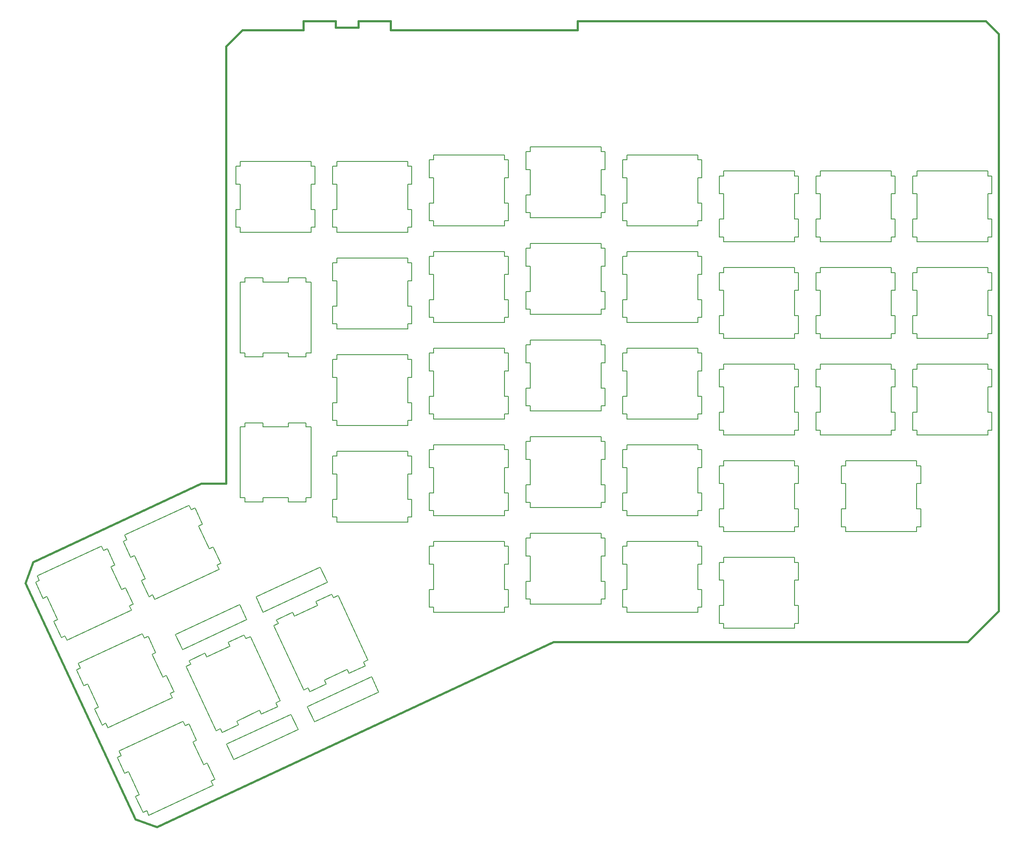
<source format=gbr>
G04 (created by PCBNEW (2013-07-07 BZR 4022)-stable) date 2016/07/10 20:03:31*
%MOIN*%
G04 Gerber Fmt 3.4, Leading zero omitted, Abs format*
%FSLAX34Y34*%
G01*
G70*
G90*
G04 APERTURE LIST*
%ADD10C,0.00590551*%
%ADD11C,0.015*%
%ADD12C,0.006*%
G04 APERTURE END LIST*
G54D10*
G54D11*
X82200Y-60200D02*
X77400Y-60200D01*
X84600Y-57800D02*
X82200Y-60200D01*
X84600Y-45600D02*
X84600Y-57800D01*
X84600Y-31000D02*
X84600Y-45600D01*
X84600Y-13000D02*
X84600Y-31000D01*
X83600Y-12000D02*
X84600Y-13000D01*
X56400Y-12000D02*
X83600Y-12000D01*
X50060Y-60200D02*
X77320Y-60200D01*
X56460Y-12000D02*
X51930Y-12000D01*
X51930Y-12000D02*
X51930Y-12700D01*
X51930Y-12700D02*
X37420Y-12700D01*
X37420Y-12700D02*
X37420Y-12000D01*
X37420Y-12000D02*
X34925Y-12000D01*
X34925Y-12000D02*
X34925Y-12500D01*
X34925Y-12500D02*
X33155Y-12500D01*
X33155Y-12500D02*
X33155Y-12000D01*
X33155Y-12000D02*
X30660Y-12000D01*
X30660Y-12000D02*
X30660Y-12700D01*
X30660Y-12700D02*
X25910Y-12700D01*
X25910Y-12700D02*
X24650Y-13950D01*
X24650Y-13950D02*
X24650Y-47900D01*
X24650Y-47900D02*
X22720Y-47900D01*
X22720Y-47900D02*
X9692Y-53975D01*
X9692Y-53975D02*
X9087Y-55636D01*
X9087Y-55636D02*
X17624Y-73944D01*
X17624Y-73944D02*
X19285Y-74548D01*
X19285Y-74548D02*
X50060Y-60200D01*
G54D12*
X25750Y-22880D02*
X31250Y-22880D01*
X31250Y-22880D02*
X31250Y-23266D01*
X31250Y-23266D02*
X31570Y-23266D01*
X31570Y-23266D02*
X31570Y-24644D01*
X31570Y-24644D02*
X31250Y-24644D01*
X31250Y-24644D02*
X31250Y-26616D01*
X31250Y-26616D02*
X31570Y-26616D01*
X31570Y-26616D02*
X31570Y-27994D01*
X31570Y-27994D02*
X31250Y-27994D01*
X31250Y-27994D02*
X31250Y-28380D01*
X31250Y-28380D02*
X25750Y-28380D01*
X25750Y-28380D02*
X25750Y-27994D01*
X25750Y-27994D02*
X25430Y-27994D01*
X25430Y-27994D02*
X25430Y-26616D01*
X25430Y-26616D02*
X25750Y-26616D01*
X25750Y-26616D02*
X25750Y-24644D01*
X25750Y-24644D02*
X25430Y-24644D01*
X25430Y-24644D02*
X25430Y-23266D01*
X25430Y-23266D02*
X25750Y-23266D01*
X25750Y-23266D02*
X25750Y-22880D01*
X25750Y-37754D02*
X25750Y-32254D01*
X25750Y-32254D02*
X26136Y-32254D01*
X26136Y-32254D02*
X26136Y-31934D01*
X26136Y-31934D02*
X27514Y-31934D01*
X27514Y-31934D02*
X27514Y-32254D01*
X27514Y-32254D02*
X29486Y-32254D01*
X29486Y-32254D02*
X29486Y-31934D01*
X29486Y-31934D02*
X30864Y-31934D01*
X30864Y-31934D02*
X30864Y-32254D01*
X30864Y-32254D02*
X31250Y-32254D01*
X31250Y-32254D02*
X31250Y-37754D01*
X31250Y-37754D02*
X30864Y-37754D01*
X30864Y-37754D02*
X30864Y-38074D01*
X30864Y-38074D02*
X29486Y-38074D01*
X29486Y-38074D02*
X29486Y-37754D01*
X29486Y-37754D02*
X27514Y-37754D01*
X27514Y-37754D02*
X27514Y-38074D01*
X27514Y-38074D02*
X26136Y-38074D01*
X26136Y-38074D02*
X26136Y-37754D01*
X26136Y-37754D02*
X25750Y-37754D01*
X25750Y-49004D02*
X25750Y-43504D01*
X25750Y-43504D02*
X26136Y-43504D01*
X26136Y-43504D02*
X26136Y-43184D01*
X26136Y-43184D02*
X27514Y-43184D01*
X27514Y-43184D02*
X27514Y-43504D01*
X27514Y-43504D02*
X29486Y-43504D01*
X29486Y-43504D02*
X29486Y-43184D01*
X29486Y-43184D02*
X30864Y-43184D01*
X30864Y-43184D02*
X30864Y-43504D01*
X30864Y-43504D02*
X31250Y-43504D01*
X31250Y-43504D02*
X31250Y-49004D01*
X31250Y-49004D02*
X30864Y-49004D01*
X30864Y-49004D02*
X30864Y-49324D01*
X30864Y-49324D02*
X29486Y-49324D01*
X29486Y-49324D02*
X29486Y-49004D01*
X29486Y-49004D02*
X27514Y-49004D01*
X27514Y-49004D02*
X27514Y-49324D01*
X27514Y-49324D02*
X26136Y-49324D01*
X26136Y-49324D02*
X26136Y-49004D01*
X26136Y-49004D02*
X25750Y-49004D01*
X33250Y-30379D02*
X38750Y-30379D01*
X38750Y-30379D02*
X38750Y-30765D01*
X38750Y-30765D02*
X39070Y-30765D01*
X39070Y-30765D02*
X39070Y-32143D01*
X39070Y-32143D02*
X38750Y-32143D01*
X38750Y-32143D02*
X38750Y-34115D01*
X38750Y-34115D02*
X39070Y-34115D01*
X39070Y-34115D02*
X39070Y-35493D01*
X39070Y-35493D02*
X38750Y-35493D01*
X38750Y-35493D02*
X38750Y-35879D01*
X38750Y-35879D02*
X33250Y-35879D01*
X33250Y-35879D02*
X33250Y-35493D01*
X33250Y-35493D02*
X32930Y-35493D01*
X32930Y-35493D02*
X32930Y-34115D01*
X32930Y-34115D02*
X33250Y-34115D01*
X33250Y-34115D02*
X33250Y-32143D01*
X33250Y-32143D02*
X32930Y-32143D01*
X32930Y-32143D02*
X32930Y-30765D01*
X32930Y-30765D02*
X33250Y-30765D01*
X33250Y-30765D02*
X33250Y-30379D01*
X13175Y-61871D02*
X18160Y-59547D01*
X18160Y-59547D02*
X18323Y-59897D01*
X18323Y-59897D02*
X18613Y-59762D01*
X18613Y-59762D02*
X19195Y-61010D01*
X19195Y-61010D02*
X18905Y-61146D01*
X18905Y-61146D02*
X19739Y-62933D01*
X19739Y-62933D02*
X20029Y-62798D01*
X20029Y-62798D02*
X20611Y-64047D01*
X20611Y-64047D02*
X20321Y-64182D01*
X20321Y-64182D02*
X20484Y-64532D01*
X20484Y-64532D02*
X15499Y-66856D01*
X15499Y-66856D02*
X15336Y-66506D01*
X15336Y-66506D02*
X15046Y-66641D01*
X15046Y-66641D02*
X14464Y-65393D01*
X14464Y-65393D02*
X14754Y-65257D01*
X14754Y-65257D02*
X13920Y-63470D01*
X13920Y-63470D02*
X13630Y-63605D01*
X13630Y-63605D02*
X13048Y-62356D01*
X13048Y-62356D02*
X13338Y-62221D01*
X13338Y-62221D02*
X13175Y-61871D01*
X16345Y-68669D02*
X21330Y-66345D01*
X21330Y-66345D02*
X21493Y-66695D01*
X21493Y-66695D02*
X21783Y-66560D01*
X21783Y-66560D02*
X22365Y-67808D01*
X22365Y-67808D02*
X22075Y-67944D01*
X22075Y-67944D02*
X22909Y-69731D01*
X22909Y-69731D02*
X23199Y-69596D01*
X23199Y-69596D02*
X23781Y-70845D01*
X23781Y-70845D02*
X23491Y-70980D01*
X23491Y-70980D02*
X23654Y-71330D01*
X23654Y-71330D02*
X18669Y-73654D01*
X18669Y-73654D02*
X18506Y-73304D01*
X18506Y-73304D02*
X18216Y-73439D01*
X18216Y-73439D02*
X17634Y-72191D01*
X17634Y-72191D02*
X17924Y-72055D01*
X17924Y-72055D02*
X17090Y-70268D01*
X17090Y-70268D02*
X16800Y-70403D01*
X16800Y-70403D02*
X16218Y-69154D01*
X16218Y-69154D02*
X16508Y-69019D01*
X16508Y-69019D02*
X16345Y-68669D01*
X10006Y-55074D02*
X14991Y-52750D01*
X14991Y-52750D02*
X15154Y-53100D01*
X15154Y-53100D02*
X15444Y-52965D01*
X15444Y-52965D02*
X16026Y-54213D01*
X16026Y-54213D02*
X15736Y-54349D01*
X15736Y-54349D02*
X16570Y-56136D01*
X16570Y-56136D02*
X16860Y-56001D01*
X16860Y-56001D02*
X17442Y-57250D01*
X17442Y-57250D02*
X17152Y-57385D01*
X17152Y-57385D02*
X17315Y-57735D01*
X17315Y-57735D02*
X12330Y-60059D01*
X12330Y-60059D02*
X12167Y-59709D01*
X12167Y-59709D02*
X11877Y-59844D01*
X11877Y-59844D02*
X11295Y-58596D01*
X11295Y-58596D02*
X11585Y-58460D01*
X11585Y-58460D02*
X10751Y-56673D01*
X10751Y-56673D02*
X10461Y-56808D01*
X10461Y-56808D02*
X9879Y-55559D01*
X9879Y-55559D02*
X10169Y-55424D01*
X10169Y-55424D02*
X10006Y-55074D01*
X16803Y-51905D02*
X21788Y-49581D01*
X21788Y-49581D02*
X21951Y-49931D01*
X21951Y-49931D02*
X22241Y-49796D01*
X22241Y-49796D02*
X22823Y-51044D01*
X22823Y-51044D02*
X22533Y-51180D01*
X22533Y-51180D02*
X23367Y-52967D01*
X23367Y-52967D02*
X23657Y-52832D01*
X23657Y-52832D02*
X24239Y-54081D01*
X24239Y-54081D02*
X23949Y-54216D01*
X23949Y-54216D02*
X24112Y-54566D01*
X24112Y-54566D02*
X19127Y-56890D01*
X19127Y-56890D02*
X18964Y-56540D01*
X18964Y-56540D02*
X18674Y-56675D01*
X18674Y-56675D02*
X18092Y-55427D01*
X18092Y-55427D02*
X18382Y-55291D01*
X18382Y-55291D02*
X17548Y-53504D01*
X17548Y-53504D02*
X17258Y-53639D01*
X17258Y-53639D02*
X16676Y-52390D01*
X16676Y-52390D02*
X16966Y-52255D01*
X16966Y-52255D02*
X16803Y-51905D01*
X63250Y-23630D02*
X68750Y-23630D01*
X68750Y-23630D02*
X68750Y-24016D01*
X68750Y-24016D02*
X69070Y-24016D01*
X69070Y-24016D02*
X69070Y-25394D01*
X69070Y-25394D02*
X68750Y-25394D01*
X68750Y-25394D02*
X68750Y-27366D01*
X68750Y-27366D02*
X69070Y-27366D01*
X69070Y-27366D02*
X69070Y-28744D01*
X69070Y-28744D02*
X68750Y-28744D01*
X68750Y-28744D02*
X68750Y-29130D01*
X68750Y-29130D02*
X63250Y-29130D01*
X63250Y-29130D02*
X63250Y-28744D01*
X63250Y-28744D02*
X62930Y-28744D01*
X62930Y-28744D02*
X62930Y-27366D01*
X62930Y-27366D02*
X63250Y-27366D01*
X63250Y-27366D02*
X63250Y-25394D01*
X63250Y-25394D02*
X62930Y-25394D01*
X62930Y-25394D02*
X62930Y-24016D01*
X62930Y-24016D02*
X63250Y-24016D01*
X63250Y-24016D02*
X63250Y-23630D01*
X55750Y-22379D02*
X61250Y-22379D01*
X61250Y-22379D02*
X61250Y-22765D01*
X61250Y-22765D02*
X61570Y-22765D01*
X61570Y-22765D02*
X61570Y-24143D01*
X61570Y-24143D02*
X61250Y-24143D01*
X61250Y-24143D02*
X61250Y-26115D01*
X61250Y-26115D02*
X61570Y-26115D01*
X61570Y-26115D02*
X61570Y-27493D01*
X61570Y-27493D02*
X61250Y-27493D01*
X61250Y-27493D02*
X61250Y-27879D01*
X61250Y-27879D02*
X55750Y-27879D01*
X55750Y-27879D02*
X55750Y-27493D01*
X55750Y-27493D02*
X55430Y-27493D01*
X55430Y-27493D02*
X55430Y-26115D01*
X55430Y-26115D02*
X55750Y-26115D01*
X55750Y-26115D02*
X55750Y-24143D01*
X55750Y-24143D02*
X55430Y-24143D01*
X55430Y-24143D02*
X55430Y-22765D01*
X55430Y-22765D02*
X55750Y-22765D01*
X55750Y-22765D02*
X55750Y-22379D01*
X48250Y-21750D02*
X53750Y-21750D01*
X53750Y-21750D02*
X53750Y-22136D01*
X53750Y-22136D02*
X54070Y-22136D01*
X54070Y-22136D02*
X54070Y-23514D01*
X54070Y-23514D02*
X53750Y-23514D01*
X53750Y-23514D02*
X53750Y-25486D01*
X53750Y-25486D02*
X54070Y-25486D01*
X54070Y-25486D02*
X54070Y-26864D01*
X54070Y-26864D02*
X53750Y-26864D01*
X53750Y-26864D02*
X53750Y-27250D01*
X53750Y-27250D02*
X48250Y-27250D01*
X48250Y-27250D02*
X48250Y-26864D01*
X48250Y-26864D02*
X47930Y-26864D01*
X47930Y-26864D02*
X47930Y-25486D01*
X47930Y-25486D02*
X48250Y-25486D01*
X48250Y-25486D02*
X48250Y-23514D01*
X48250Y-23514D02*
X47930Y-23514D01*
X47930Y-23514D02*
X47930Y-22136D01*
X47930Y-22136D02*
X48250Y-22136D01*
X48250Y-22136D02*
X48250Y-21750D01*
X40750Y-22379D02*
X46250Y-22379D01*
X46250Y-22379D02*
X46250Y-22765D01*
X46250Y-22765D02*
X46570Y-22765D01*
X46570Y-22765D02*
X46570Y-24143D01*
X46570Y-24143D02*
X46250Y-24143D01*
X46250Y-24143D02*
X46250Y-26115D01*
X46250Y-26115D02*
X46570Y-26115D01*
X46570Y-26115D02*
X46570Y-27493D01*
X46570Y-27493D02*
X46250Y-27493D01*
X46250Y-27493D02*
X46250Y-27879D01*
X46250Y-27879D02*
X40750Y-27879D01*
X40750Y-27879D02*
X40750Y-27493D01*
X40750Y-27493D02*
X40430Y-27493D01*
X40430Y-27493D02*
X40430Y-26115D01*
X40430Y-26115D02*
X40750Y-26115D01*
X40750Y-26115D02*
X40750Y-24143D01*
X40750Y-24143D02*
X40430Y-24143D01*
X40430Y-24143D02*
X40430Y-22765D01*
X40430Y-22765D02*
X40750Y-22765D01*
X40750Y-22765D02*
X40750Y-22379D01*
X55750Y-52379D02*
X61250Y-52379D01*
X61250Y-52379D02*
X61250Y-52765D01*
X61250Y-52765D02*
X61570Y-52765D01*
X61570Y-52765D02*
X61570Y-54143D01*
X61570Y-54143D02*
X61250Y-54143D01*
X61250Y-54143D02*
X61250Y-56115D01*
X61250Y-56115D02*
X61570Y-56115D01*
X61570Y-56115D02*
X61570Y-57493D01*
X61570Y-57493D02*
X61250Y-57493D01*
X61250Y-57493D02*
X61250Y-57879D01*
X61250Y-57879D02*
X55750Y-57879D01*
X55750Y-57879D02*
X55750Y-57493D01*
X55750Y-57493D02*
X55430Y-57493D01*
X55430Y-57493D02*
X55430Y-56115D01*
X55430Y-56115D02*
X55750Y-56115D01*
X55750Y-56115D02*
X55750Y-54143D01*
X55750Y-54143D02*
X55430Y-54143D01*
X55430Y-54143D02*
X55430Y-52765D01*
X55430Y-52765D02*
X55750Y-52765D01*
X55750Y-52765D02*
X55750Y-52379D01*
X63250Y-31129D02*
X68750Y-31129D01*
X68750Y-31129D02*
X68750Y-31515D01*
X68750Y-31515D02*
X69070Y-31515D01*
X69070Y-31515D02*
X69070Y-32893D01*
X69070Y-32893D02*
X68750Y-32893D01*
X68750Y-32893D02*
X68750Y-34865D01*
X68750Y-34865D02*
X69070Y-34865D01*
X69070Y-34865D02*
X69070Y-36243D01*
X69070Y-36243D02*
X68750Y-36243D01*
X68750Y-36243D02*
X68750Y-36629D01*
X68750Y-36629D02*
X63250Y-36629D01*
X63250Y-36629D02*
X63250Y-36243D01*
X63250Y-36243D02*
X62930Y-36243D01*
X62930Y-36243D02*
X62930Y-34865D01*
X62930Y-34865D02*
X63250Y-34865D01*
X63250Y-34865D02*
X63250Y-32893D01*
X63250Y-32893D02*
X62930Y-32893D01*
X62930Y-32893D02*
X62930Y-31515D01*
X62930Y-31515D02*
X63250Y-31515D01*
X63250Y-31515D02*
X63250Y-31129D01*
X48250Y-29250D02*
X53750Y-29250D01*
X53750Y-29250D02*
X53750Y-29636D01*
X53750Y-29636D02*
X54070Y-29636D01*
X54070Y-29636D02*
X54070Y-31014D01*
X54070Y-31014D02*
X53750Y-31014D01*
X53750Y-31014D02*
X53750Y-32986D01*
X53750Y-32986D02*
X54070Y-32986D01*
X54070Y-32986D02*
X54070Y-34364D01*
X54070Y-34364D02*
X53750Y-34364D01*
X53750Y-34364D02*
X53750Y-34750D01*
X53750Y-34750D02*
X48250Y-34750D01*
X48250Y-34750D02*
X48250Y-34364D01*
X48250Y-34364D02*
X47930Y-34364D01*
X47930Y-34364D02*
X47930Y-32986D01*
X47930Y-32986D02*
X48250Y-32986D01*
X48250Y-32986D02*
X48250Y-31014D01*
X48250Y-31014D02*
X47930Y-31014D01*
X47930Y-31014D02*
X47930Y-29636D01*
X47930Y-29636D02*
X48250Y-29636D01*
X48250Y-29636D02*
X48250Y-29250D01*
X40750Y-29879D02*
X46250Y-29879D01*
X46250Y-29879D02*
X46250Y-30265D01*
X46250Y-30265D02*
X46570Y-30265D01*
X46570Y-30265D02*
X46570Y-31643D01*
X46570Y-31643D02*
X46250Y-31643D01*
X46250Y-31643D02*
X46250Y-33615D01*
X46250Y-33615D02*
X46570Y-33615D01*
X46570Y-33615D02*
X46570Y-34993D01*
X46570Y-34993D02*
X46250Y-34993D01*
X46250Y-34993D02*
X46250Y-35379D01*
X46250Y-35379D02*
X40750Y-35379D01*
X40750Y-35379D02*
X40750Y-34993D01*
X40750Y-34993D02*
X40430Y-34993D01*
X40430Y-34993D02*
X40430Y-33615D01*
X40430Y-33615D02*
X40750Y-33615D01*
X40750Y-33615D02*
X40750Y-31643D01*
X40750Y-31643D02*
X40430Y-31643D01*
X40430Y-31643D02*
X40430Y-30265D01*
X40430Y-30265D02*
X40750Y-30265D01*
X40750Y-30265D02*
X40750Y-29879D01*
X63250Y-38629D02*
X68750Y-38629D01*
X68750Y-38629D02*
X68750Y-39015D01*
X68750Y-39015D02*
X69070Y-39015D01*
X69070Y-39015D02*
X69070Y-40393D01*
X69070Y-40393D02*
X68750Y-40393D01*
X68750Y-40393D02*
X68750Y-42365D01*
X68750Y-42365D02*
X69070Y-42365D01*
X69070Y-42365D02*
X69070Y-43743D01*
X69070Y-43743D02*
X68750Y-43743D01*
X68750Y-43743D02*
X68750Y-44129D01*
X68750Y-44129D02*
X63250Y-44129D01*
X63250Y-44129D02*
X63250Y-43743D01*
X63250Y-43743D02*
X62930Y-43743D01*
X62930Y-43743D02*
X62930Y-42365D01*
X62930Y-42365D02*
X63250Y-42365D01*
X63250Y-42365D02*
X63250Y-40393D01*
X63250Y-40393D02*
X62930Y-40393D01*
X62930Y-40393D02*
X62930Y-39015D01*
X62930Y-39015D02*
X63250Y-39015D01*
X63250Y-39015D02*
X63250Y-38629D01*
X55750Y-37379D02*
X61250Y-37379D01*
X61250Y-37379D02*
X61250Y-37765D01*
X61250Y-37765D02*
X61570Y-37765D01*
X61570Y-37765D02*
X61570Y-39143D01*
X61570Y-39143D02*
X61250Y-39143D01*
X61250Y-39143D02*
X61250Y-41115D01*
X61250Y-41115D02*
X61570Y-41115D01*
X61570Y-41115D02*
X61570Y-42493D01*
X61570Y-42493D02*
X61250Y-42493D01*
X61250Y-42493D02*
X61250Y-42879D01*
X61250Y-42879D02*
X55750Y-42879D01*
X55750Y-42879D02*
X55750Y-42493D01*
X55750Y-42493D02*
X55430Y-42493D01*
X55430Y-42493D02*
X55430Y-41115D01*
X55430Y-41115D02*
X55750Y-41115D01*
X55750Y-41115D02*
X55750Y-39143D01*
X55750Y-39143D02*
X55430Y-39143D01*
X55430Y-39143D02*
X55430Y-37765D01*
X55430Y-37765D02*
X55750Y-37765D01*
X55750Y-37765D02*
X55750Y-37379D01*
X48250Y-36750D02*
X53750Y-36750D01*
X53750Y-36750D02*
X53750Y-37136D01*
X53750Y-37136D02*
X54070Y-37136D01*
X54070Y-37136D02*
X54070Y-38514D01*
X54070Y-38514D02*
X53750Y-38514D01*
X53750Y-38514D02*
X53750Y-40486D01*
X53750Y-40486D02*
X54070Y-40486D01*
X54070Y-40486D02*
X54070Y-41864D01*
X54070Y-41864D02*
X53750Y-41864D01*
X53750Y-41864D02*
X53750Y-42250D01*
X53750Y-42250D02*
X48250Y-42250D01*
X48250Y-42250D02*
X48250Y-41864D01*
X48250Y-41864D02*
X47930Y-41864D01*
X47930Y-41864D02*
X47930Y-40486D01*
X47930Y-40486D02*
X48250Y-40486D01*
X48250Y-40486D02*
X48250Y-38514D01*
X48250Y-38514D02*
X47930Y-38514D01*
X47930Y-38514D02*
X47930Y-37136D01*
X47930Y-37136D02*
X48250Y-37136D01*
X48250Y-37136D02*
X48250Y-36750D01*
X40750Y-37379D02*
X46250Y-37379D01*
X46250Y-37379D02*
X46250Y-37765D01*
X46250Y-37765D02*
X46570Y-37765D01*
X46570Y-37765D02*
X46570Y-39143D01*
X46570Y-39143D02*
X46250Y-39143D01*
X46250Y-39143D02*
X46250Y-41115D01*
X46250Y-41115D02*
X46570Y-41115D01*
X46570Y-41115D02*
X46570Y-42493D01*
X46570Y-42493D02*
X46250Y-42493D01*
X46250Y-42493D02*
X46250Y-42879D01*
X46250Y-42879D02*
X40750Y-42879D01*
X40750Y-42879D02*
X40750Y-42493D01*
X40750Y-42493D02*
X40430Y-42493D01*
X40430Y-42493D02*
X40430Y-41115D01*
X40430Y-41115D02*
X40750Y-41115D01*
X40750Y-41115D02*
X40750Y-39143D01*
X40750Y-39143D02*
X40430Y-39143D01*
X40430Y-39143D02*
X40430Y-37765D01*
X40430Y-37765D02*
X40750Y-37765D01*
X40750Y-37765D02*
X40750Y-37379D01*
X33250Y-37879D02*
X38750Y-37879D01*
X38750Y-37879D02*
X38750Y-38265D01*
X38750Y-38265D02*
X39070Y-38265D01*
X39070Y-38265D02*
X39070Y-39643D01*
X39070Y-39643D02*
X38750Y-39643D01*
X38750Y-39643D02*
X38750Y-41615D01*
X38750Y-41615D02*
X39070Y-41615D01*
X39070Y-41615D02*
X39070Y-42993D01*
X39070Y-42993D02*
X38750Y-42993D01*
X38750Y-42993D02*
X38750Y-43379D01*
X38750Y-43379D02*
X33250Y-43379D01*
X33250Y-43379D02*
X33250Y-42993D01*
X33250Y-42993D02*
X32930Y-42993D01*
X32930Y-42993D02*
X32930Y-41615D01*
X32930Y-41615D02*
X33250Y-41615D01*
X33250Y-41615D02*
X33250Y-39643D01*
X33250Y-39643D02*
X32930Y-39643D01*
X32930Y-39643D02*
X32930Y-38265D01*
X32930Y-38265D02*
X33250Y-38265D01*
X33250Y-38265D02*
X33250Y-37879D01*
X63250Y-46129D02*
X68750Y-46129D01*
X68750Y-46129D02*
X68750Y-46515D01*
X68750Y-46515D02*
X69070Y-46515D01*
X69070Y-46515D02*
X69070Y-47893D01*
X69070Y-47893D02*
X68750Y-47893D01*
X68750Y-47893D02*
X68750Y-49865D01*
X68750Y-49865D02*
X69070Y-49865D01*
X69070Y-49865D02*
X69070Y-51243D01*
X69070Y-51243D02*
X68750Y-51243D01*
X68750Y-51243D02*
X68750Y-51629D01*
X68750Y-51629D02*
X63250Y-51629D01*
X63250Y-51629D02*
X63250Y-51243D01*
X63250Y-51243D02*
X62930Y-51243D01*
X62930Y-51243D02*
X62930Y-49865D01*
X62930Y-49865D02*
X63250Y-49865D01*
X63250Y-49865D02*
X63250Y-47893D01*
X63250Y-47893D02*
X62930Y-47893D01*
X62930Y-47893D02*
X62930Y-46515D01*
X62930Y-46515D02*
X63250Y-46515D01*
X63250Y-46515D02*
X63250Y-46129D01*
X55750Y-44879D02*
X61250Y-44879D01*
X61250Y-44879D02*
X61250Y-45265D01*
X61250Y-45265D02*
X61570Y-45265D01*
X61570Y-45265D02*
X61570Y-46643D01*
X61570Y-46643D02*
X61250Y-46643D01*
X61250Y-46643D02*
X61250Y-48615D01*
X61250Y-48615D02*
X61570Y-48615D01*
X61570Y-48615D02*
X61570Y-49993D01*
X61570Y-49993D02*
X61250Y-49993D01*
X61250Y-49993D02*
X61250Y-50379D01*
X61250Y-50379D02*
X55750Y-50379D01*
X55750Y-50379D02*
X55750Y-49993D01*
X55750Y-49993D02*
X55430Y-49993D01*
X55430Y-49993D02*
X55430Y-48615D01*
X55430Y-48615D02*
X55750Y-48615D01*
X55750Y-48615D02*
X55750Y-46643D01*
X55750Y-46643D02*
X55430Y-46643D01*
X55430Y-46643D02*
X55430Y-45265D01*
X55430Y-45265D02*
X55750Y-45265D01*
X55750Y-45265D02*
X55750Y-44879D01*
X48250Y-44250D02*
X53750Y-44250D01*
X53750Y-44250D02*
X53750Y-44636D01*
X53750Y-44636D02*
X54070Y-44636D01*
X54070Y-44636D02*
X54070Y-46014D01*
X54070Y-46014D02*
X53750Y-46014D01*
X53750Y-46014D02*
X53750Y-47986D01*
X53750Y-47986D02*
X54070Y-47986D01*
X54070Y-47986D02*
X54070Y-49364D01*
X54070Y-49364D02*
X53750Y-49364D01*
X53750Y-49364D02*
X53750Y-49750D01*
X53750Y-49750D02*
X48250Y-49750D01*
X48250Y-49750D02*
X48250Y-49364D01*
X48250Y-49364D02*
X47930Y-49364D01*
X47930Y-49364D02*
X47930Y-47986D01*
X47930Y-47986D02*
X48250Y-47986D01*
X48250Y-47986D02*
X48250Y-46014D01*
X48250Y-46014D02*
X47930Y-46014D01*
X47930Y-46014D02*
X47930Y-44636D01*
X47930Y-44636D02*
X48250Y-44636D01*
X48250Y-44636D02*
X48250Y-44250D01*
X40750Y-44879D02*
X46250Y-44879D01*
X46250Y-44879D02*
X46250Y-45265D01*
X46250Y-45265D02*
X46570Y-45265D01*
X46570Y-45265D02*
X46570Y-46643D01*
X46570Y-46643D02*
X46250Y-46643D01*
X46250Y-46643D02*
X46250Y-48615D01*
X46250Y-48615D02*
X46570Y-48615D01*
X46570Y-48615D02*
X46570Y-49993D01*
X46570Y-49993D02*
X46250Y-49993D01*
X46250Y-49993D02*
X46250Y-50379D01*
X46250Y-50379D02*
X40750Y-50379D01*
X40750Y-50379D02*
X40750Y-49993D01*
X40750Y-49993D02*
X40430Y-49993D01*
X40430Y-49993D02*
X40430Y-48615D01*
X40430Y-48615D02*
X40750Y-48615D01*
X40750Y-48615D02*
X40750Y-46643D01*
X40750Y-46643D02*
X40430Y-46643D01*
X40430Y-46643D02*
X40430Y-45265D01*
X40430Y-45265D02*
X40750Y-45265D01*
X40750Y-45265D02*
X40750Y-44879D01*
X33250Y-45379D02*
X38750Y-45379D01*
X38750Y-45379D02*
X38750Y-45765D01*
X38750Y-45765D02*
X39070Y-45765D01*
X39070Y-45765D02*
X39070Y-47143D01*
X39070Y-47143D02*
X38750Y-47143D01*
X38750Y-47143D02*
X38750Y-49115D01*
X38750Y-49115D02*
X39070Y-49115D01*
X39070Y-49115D02*
X39070Y-50493D01*
X39070Y-50493D02*
X38750Y-50493D01*
X38750Y-50493D02*
X38750Y-50879D01*
X38750Y-50879D02*
X33250Y-50879D01*
X33250Y-50879D02*
X33250Y-50493D01*
X33250Y-50493D02*
X32930Y-50493D01*
X32930Y-50493D02*
X32930Y-49115D01*
X32930Y-49115D02*
X33250Y-49115D01*
X33250Y-49115D02*
X33250Y-47143D01*
X33250Y-47143D02*
X32930Y-47143D01*
X32930Y-47143D02*
X32930Y-45765D01*
X32930Y-45765D02*
X33250Y-45765D01*
X33250Y-45765D02*
X33250Y-45379D01*
X63250Y-53629D02*
X68750Y-53629D01*
X68750Y-53629D02*
X68750Y-54015D01*
X68750Y-54015D02*
X69070Y-54015D01*
X69070Y-54015D02*
X69070Y-55393D01*
X69070Y-55393D02*
X68750Y-55393D01*
X68750Y-55393D02*
X68750Y-57365D01*
X68750Y-57365D02*
X69070Y-57365D01*
X69070Y-57365D02*
X69070Y-58743D01*
X69070Y-58743D02*
X68750Y-58743D01*
X68750Y-58743D02*
X68750Y-59129D01*
X68750Y-59129D02*
X63250Y-59129D01*
X63250Y-59129D02*
X63250Y-58743D01*
X63250Y-58743D02*
X62930Y-58743D01*
X62930Y-58743D02*
X62930Y-57365D01*
X62930Y-57365D02*
X63250Y-57365D01*
X63250Y-57365D02*
X63250Y-55393D01*
X63250Y-55393D02*
X62930Y-55393D01*
X62930Y-55393D02*
X62930Y-54015D01*
X62930Y-54015D02*
X63250Y-54015D01*
X63250Y-54015D02*
X63250Y-53629D01*
X48250Y-51750D02*
X53750Y-51750D01*
X53750Y-51750D02*
X53750Y-52136D01*
X53750Y-52136D02*
X54070Y-52136D01*
X54070Y-52136D02*
X54070Y-53514D01*
X54070Y-53514D02*
X53750Y-53514D01*
X53750Y-53514D02*
X53750Y-55486D01*
X53750Y-55486D02*
X54070Y-55486D01*
X54070Y-55486D02*
X54070Y-56864D01*
X54070Y-56864D02*
X53750Y-56864D01*
X53750Y-56864D02*
X53750Y-57250D01*
X53750Y-57250D02*
X48250Y-57250D01*
X48250Y-57250D02*
X48250Y-56864D01*
X48250Y-56864D02*
X47930Y-56864D01*
X47930Y-56864D02*
X47930Y-55486D01*
X47930Y-55486D02*
X48250Y-55486D01*
X48250Y-55486D02*
X48250Y-53514D01*
X48250Y-53514D02*
X47930Y-53514D01*
X47930Y-53514D02*
X47930Y-52136D01*
X47930Y-52136D02*
X48250Y-52136D01*
X48250Y-52136D02*
X48250Y-51750D01*
X40750Y-52379D02*
X46250Y-52379D01*
X46250Y-52379D02*
X46250Y-52765D01*
X46250Y-52765D02*
X46570Y-52765D01*
X46570Y-52765D02*
X46570Y-54143D01*
X46570Y-54143D02*
X46250Y-54143D01*
X46250Y-54143D02*
X46250Y-56115D01*
X46250Y-56115D02*
X46570Y-56115D01*
X46570Y-56115D02*
X46570Y-57493D01*
X46570Y-57493D02*
X46250Y-57493D01*
X46250Y-57493D02*
X46250Y-57879D01*
X46250Y-57879D02*
X40750Y-57879D01*
X40750Y-57879D02*
X40750Y-57493D01*
X40750Y-57493D02*
X40430Y-57493D01*
X40430Y-57493D02*
X40430Y-56115D01*
X40430Y-56115D02*
X40750Y-56115D01*
X40750Y-56115D02*
X40750Y-54143D01*
X40750Y-54143D02*
X40430Y-54143D01*
X40430Y-54143D02*
X40430Y-52765D01*
X40430Y-52765D02*
X40750Y-52765D01*
X40750Y-52765D02*
X40750Y-52379D01*
X30678Y-63916D02*
X28354Y-58931D01*
X28354Y-58931D02*
X28704Y-58768D01*
X28704Y-58768D02*
X28569Y-58478D01*
X28569Y-58478D02*
X29817Y-57896D01*
X29817Y-57896D02*
X29953Y-58186D01*
X29953Y-58186D02*
X31740Y-57352D01*
X31740Y-57352D02*
X31605Y-57062D01*
X31605Y-57062D02*
X32854Y-56480D01*
X32854Y-56480D02*
X32989Y-56770D01*
X32989Y-56770D02*
X33339Y-56607D01*
X33339Y-56607D02*
X35663Y-61592D01*
X35663Y-61592D02*
X35313Y-61755D01*
X35313Y-61755D02*
X35448Y-62045D01*
X35448Y-62045D02*
X34200Y-62627D01*
X34200Y-62627D02*
X34064Y-62337D01*
X34064Y-62337D02*
X32277Y-63171D01*
X32277Y-63171D02*
X32412Y-63461D01*
X32412Y-63461D02*
X31163Y-64043D01*
X31163Y-64043D02*
X31028Y-63753D01*
X31028Y-63753D02*
X30678Y-63916D01*
X23881Y-67086D02*
X21557Y-62101D01*
X21557Y-62101D02*
X21907Y-61938D01*
X21907Y-61938D02*
X21772Y-61648D01*
X21772Y-61648D02*
X23020Y-61066D01*
X23020Y-61066D02*
X23156Y-61356D01*
X23156Y-61356D02*
X24943Y-60522D01*
X24943Y-60522D02*
X24808Y-60232D01*
X24808Y-60232D02*
X26057Y-59650D01*
X26057Y-59650D02*
X26192Y-59940D01*
X26192Y-59940D02*
X26542Y-59777D01*
X26542Y-59777D02*
X28866Y-64762D01*
X28866Y-64762D02*
X28516Y-64925D01*
X28516Y-64925D02*
X28651Y-65215D01*
X28651Y-65215D02*
X27403Y-65797D01*
X27403Y-65797D02*
X27267Y-65507D01*
X27267Y-65507D02*
X25480Y-66341D01*
X25480Y-66341D02*
X25615Y-66631D01*
X25615Y-66631D02*
X24366Y-67213D01*
X24366Y-67213D02*
X24231Y-66923D01*
X24231Y-66923D02*
X23881Y-67086D01*
X55750Y-29879D02*
X61250Y-29879D01*
X61250Y-29879D02*
X61250Y-30265D01*
X61250Y-30265D02*
X61570Y-30265D01*
X61570Y-30265D02*
X61570Y-31643D01*
X61570Y-31643D02*
X61250Y-31643D01*
X61250Y-31643D02*
X61250Y-33615D01*
X61250Y-33615D02*
X61570Y-33615D01*
X61570Y-33615D02*
X61570Y-34993D01*
X61570Y-34993D02*
X61250Y-34993D01*
X61250Y-34993D02*
X61250Y-35379D01*
X61250Y-35379D02*
X55750Y-35379D01*
X55750Y-35379D02*
X55750Y-34993D01*
X55750Y-34993D02*
X55430Y-34993D01*
X55430Y-34993D02*
X55430Y-33615D01*
X55430Y-33615D02*
X55750Y-33615D01*
X55750Y-33615D02*
X55750Y-31643D01*
X55750Y-31643D02*
X55430Y-31643D01*
X55430Y-31643D02*
X55430Y-30265D01*
X55430Y-30265D02*
X55750Y-30265D01*
X55750Y-30265D02*
X55750Y-29879D01*
X33250Y-22880D02*
X38750Y-22880D01*
X38750Y-22880D02*
X38750Y-23266D01*
X38750Y-23266D02*
X39070Y-23266D01*
X39070Y-23266D02*
X39070Y-24644D01*
X39070Y-24644D02*
X38750Y-24644D01*
X38750Y-24644D02*
X38750Y-26616D01*
X38750Y-26616D02*
X39070Y-26616D01*
X39070Y-26616D02*
X39070Y-27994D01*
X39070Y-27994D02*
X38750Y-27994D01*
X38750Y-27994D02*
X38750Y-28380D01*
X38750Y-28380D02*
X33250Y-28380D01*
X33250Y-28380D02*
X33250Y-27994D01*
X33250Y-27994D02*
X32930Y-27994D01*
X32930Y-27994D02*
X32930Y-26616D01*
X32930Y-26616D02*
X33250Y-26616D01*
X33250Y-26616D02*
X33250Y-24644D01*
X33250Y-24644D02*
X32930Y-24644D01*
X32930Y-24644D02*
X32930Y-23266D01*
X32930Y-23266D02*
X33250Y-23266D01*
X33250Y-23266D02*
X33250Y-22880D01*
X31968Y-54377D02*
X32517Y-55556D01*
X32517Y-55556D02*
X27533Y-57880D01*
X27533Y-57880D02*
X26983Y-56702D01*
X26983Y-56702D02*
X31968Y-54377D01*
X35941Y-62897D02*
X36490Y-64075D01*
X36490Y-64075D02*
X31505Y-66399D01*
X31505Y-66399D02*
X30956Y-65221D01*
X30956Y-65221D02*
X35941Y-62897D01*
X25252Y-69316D02*
X24703Y-68137D01*
X24703Y-68137D02*
X29687Y-65813D01*
X29687Y-65813D02*
X30237Y-66991D01*
X30237Y-66991D02*
X25252Y-69316D01*
X21279Y-60796D02*
X20730Y-59618D01*
X20730Y-59618D02*
X25715Y-57294D01*
X25715Y-57294D02*
X26264Y-58472D01*
X26264Y-58472D02*
X21279Y-60796D01*
X70750Y-23630D02*
X76250Y-23630D01*
X76250Y-23630D02*
X76250Y-24016D01*
X76250Y-24016D02*
X76570Y-24016D01*
X76570Y-24016D02*
X76570Y-25394D01*
X76570Y-25394D02*
X76250Y-25394D01*
X76250Y-25394D02*
X76250Y-27366D01*
X76250Y-27366D02*
X76570Y-27366D01*
X76570Y-27366D02*
X76570Y-28744D01*
X76570Y-28744D02*
X76250Y-28744D01*
X76250Y-28744D02*
X76250Y-29130D01*
X76250Y-29130D02*
X70750Y-29130D01*
X70750Y-29130D02*
X70750Y-28744D01*
X70750Y-28744D02*
X70430Y-28744D01*
X70430Y-28744D02*
X70430Y-27366D01*
X70430Y-27366D02*
X70750Y-27366D01*
X70750Y-27366D02*
X70750Y-25394D01*
X70750Y-25394D02*
X70430Y-25394D01*
X70430Y-25394D02*
X70430Y-24016D01*
X70430Y-24016D02*
X70750Y-24016D01*
X70750Y-24016D02*
X70750Y-23630D01*
X70750Y-31128D02*
X76250Y-31128D01*
X76250Y-31128D02*
X76250Y-31514D01*
X76250Y-31514D02*
X76570Y-31514D01*
X76570Y-31514D02*
X76570Y-32892D01*
X76570Y-32892D02*
X76250Y-32892D01*
X76250Y-32892D02*
X76250Y-34864D01*
X76250Y-34864D02*
X76570Y-34864D01*
X76570Y-34864D02*
X76570Y-36242D01*
X76570Y-36242D02*
X76250Y-36242D01*
X76250Y-36242D02*
X76250Y-36628D01*
X76250Y-36628D02*
X70750Y-36628D01*
X70750Y-36628D02*
X70750Y-36242D01*
X70750Y-36242D02*
X70430Y-36242D01*
X70430Y-36242D02*
X70430Y-34864D01*
X70430Y-34864D02*
X70750Y-34864D01*
X70750Y-34864D02*
X70750Y-32892D01*
X70750Y-32892D02*
X70430Y-32892D01*
X70430Y-32892D02*
X70430Y-31514D01*
X70430Y-31514D02*
X70750Y-31514D01*
X70750Y-31514D02*
X70750Y-31128D01*
X70750Y-38628D02*
X76250Y-38628D01*
X76250Y-38628D02*
X76250Y-39014D01*
X76250Y-39014D02*
X76570Y-39014D01*
X76570Y-39014D02*
X76570Y-40392D01*
X76570Y-40392D02*
X76250Y-40392D01*
X76250Y-40392D02*
X76250Y-42364D01*
X76250Y-42364D02*
X76570Y-42364D01*
X76570Y-42364D02*
X76570Y-43742D01*
X76570Y-43742D02*
X76250Y-43742D01*
X76250Y-43742D02*
X76250Y-44128D01*
X76250Y-44128D02*
X70750Y-44128D01*
X70750Y-44128D02*
X70750Y-43742D01*
X70750Y-43742D02*
X70430Y-43742D01*
X70430Y-43742D02*
X70430Y-42364D01*
X70430Y-42364D02*
X70750Y-42364D01*
X70750Y-42364D02*
X70750Y-40392D01*
X70750Y-40392D02*
X70430Y-40392D01*
X70430Y-40392D02*
X70430Y-39014D01*
X70430Y-39014D02*
X70750Y-39014D01*
X70750Y-39014D02*
X70750Y-38628D01*
X78250Y-23630D02*
X83750Y-23630D01*
X83750Y-23630D02*
X83750Y-24016D01*
X83750Y-24016D02*
X84070Y-24016D01*
X84070Y-24016D02*
X84070Y-25394D01*
X84070Y-25394D02*
X83750Y-25394D01*
X83750Y-25394D02*
X83750Y-27366D01*
X83750Y-27366D02*
X84070Y-27366D01*
X84070Y-27366D02*
X84070Y-28744D01*
X84070Y-28744D02*
X83750Y-28744D01*
X83750Y-28744D02*
X83750Y-29130D01*
X83750Y-29130D02*
X78250Y-29130D01*
X78250Y-29130D02*
X78250Y-28744D01*
X78250Y-28744D02*
X77930Y-28744D01*
X77930Y-28744D02*
X77930Y-27366D01*
X77930Y-27366D02*
X78250Y-27366D01*
X78250Y-27366D02*
X78250Y-25394D01*
X78250Y-25394D02*
X77930Y-25394D01*
X77930Y-25394D02*
X77930Y-24016D01*
X77930Y-24016D02*
X78250Y-24016D01*
X78250Y-24016D02*
X78250Y-23630D01*
X78250Y-31128D02*
X83750Y-31128D01*
X83750Y-31128D02*
X83750Y-31514D01*
X83750Y-31514D02*
X84070Y-31514D01*
X84070Y-31514D02*
X84070Y-32892D01*
X84070Y-32892D02*
X83750Y-32892D01*
X83750Y-32892D02*
X83750Y-34864D01*
X83750Y-34864D02*
X84070Y-34864D01*
X84070Y-34864D02*
X84070Y-36242D01*
X84070Y-36242D02*
X83750Y-36242D01*
X83750Y-36242D02*
X83750Y-36628D01*
X83750Y-36628D02*
X78250Y-36628D01*
X78250Y-36628D02*
X78250Y-36242D01*
X78250Y-36242D02*
X77930Y-36242D01*
X77930Y-36242D02*
X77930Y-34864D01*
X77930Y-34864D02*
X78250Y-34864D01*
X78250Y-34864D02*
X78250Y-32892D01*
X78250Y-32892D02*
X77930Y-32892D01*
X77930Y-32892D02*
X77930Y-31514D01*
X77930Y-31514D02*
X78250Y-31514D01*
X78250Y-31514D02*
X78250Y-31128D01*
X78250Y-38628D02*
X83750Y-38628D01*
X83750Y-38628D02*
X83750Y-39014D01*
X83750Y-39014D02*
X84070Y-39014D01*
X84070Y-39014D02*
X84070Y-40392D01*
X84070Y-40392D02*
X83750Y-40392D01*
X83750Y-40392D02*
X83750Y-42364D01*
X83750Y-42364D02*
X84070Y-42364D01*
X84070Y-42364D02*
X84070Y-43742D01*
X84070Y-43742D02*
X83750Y-43742D01*
X83750Y-43742D02*
X83750Y-44128D01*
X83750Y-44128D02*
X78250Y-44128D01*
X78250Y-44128D02*
X78250Y-43742D01*
X78250Y-43742D02*
X77930Y-43742D01*
X77930Y-43742D02*
X77930Y-42364D01*
X77930Y-42364D02*
X78250Y-42364D01*
X78250Y-42364D02*
X78250Y-40392D01*
X78250Y-40392D02*
X77930Y-40392D01*
X77930Y-40392D02*
X77930Y-39014D01*
X77930Y-39014D02*
X78250Y-39014D01*
X78250Y-39014D02*
X78250Y-38628D01*
X72718Y-46128D02*
X78218Y-46128D01*
X78218Y-46128D02*
X78218Y-46514D01*
X78218Y-46514D02*
X78538Y-46514D01*
X78538Y-46514D02*
X78538Y-47892D01*
X78538Y-47892D02*
X78218Y-47892D01*
X78218Y-47892D02*
X78218Y-49864D01*
X78218Y-49864D02*
X78538Y-49864D01*
X78538Y-49864D02*
X78538Y-51242D01*
X78538Y-51242D02*
X78218Y-51242D01*
X78218Y-51242D02*
X78218Y-51628D01*
X78218Y-51628D02*
X72718Y-51628D01*
X72718Y-51628D02*
X72718Y-51242D01*
X72718Y-51242D02*
X72398Y-51242D01*
X72398Y-51242D02*
X72398Y-49864D01*
X72398Y-49864D02*
X72718Y-49864D01*
X72718Y-49864D02*
X72718Y-47892D01*
X72718Y-47892D02*
X72398Y-47892D01*
X72398Y-47892D02*
X72398Y-46514D01*
X72398Y-46514D02*
X72718Y-46514D01*
X72718Y-46514D02*
X72718Y-46128D01*
M02*

</source>
